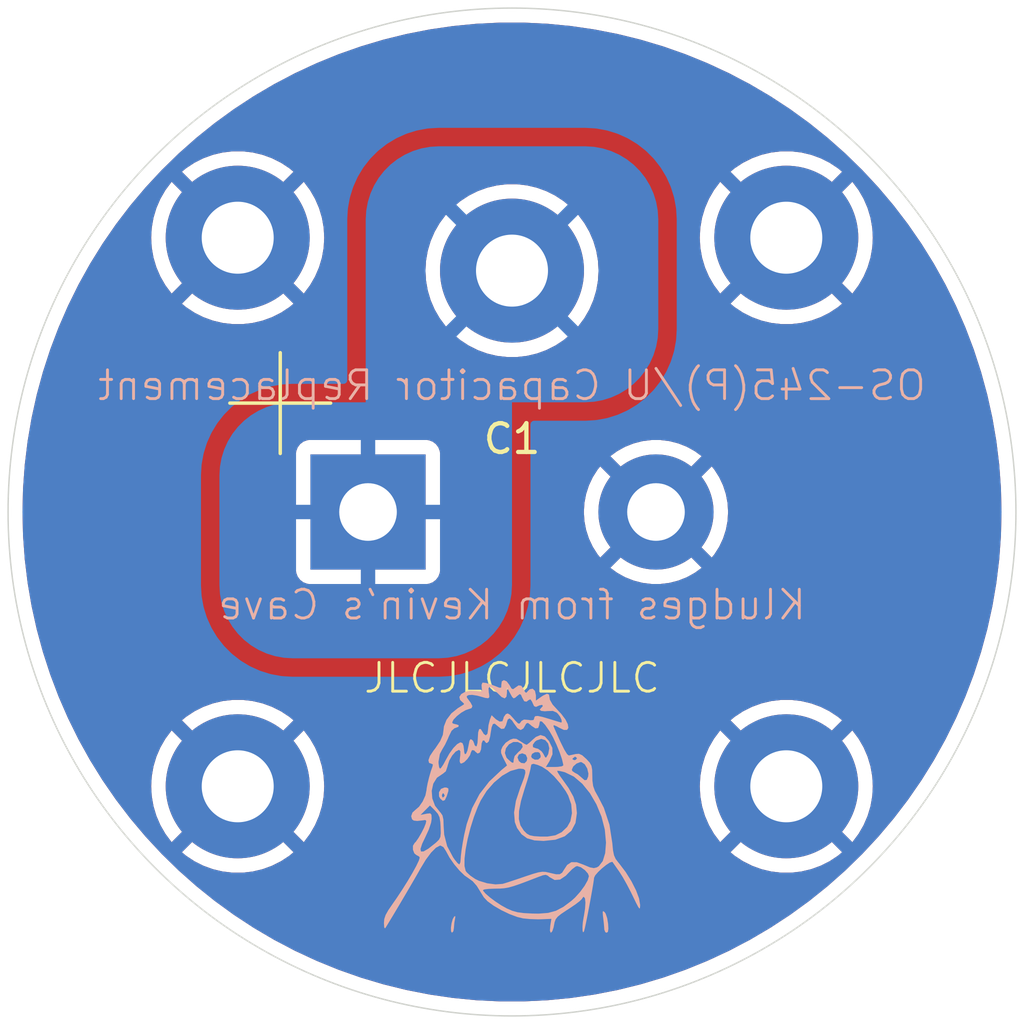
<source format=kicad_pcb>
(kicad_pcb (version 20221018) (generator pcbnew)
  (title_block (title "OS-245(P)/U Capacitor Adapter") (date "2025-06-01") (rev "A") (company "Kludges from Kevin's Cave") (comment 1 "Base PCB for C811 replacement"))
  (layers (0 "F.Cu" power) (31 "B.Cu" power) (36 "B.SilkS" user "B.Silkscreen") (37 "F.SilkS" user "F.Silkscreen") (38 "B.Mask" user) (39 "F.Mask" user) (44 "Edge.Cuts" user))
  (net 0 "")
  (net 1 "Earth")
  (net 2 "-26V")
  (footprint "MountingHole:MountingHole_2.5mm_Pad" (layer "F.Cu") (at 136.525 92.075)
    (fp_text reference "H3" hide)
    (fp_text value "MountingHole_Pad" hide)
    (pad "1" thru_hole circle (at 0 0) (size 5 5) (drill 2.5) (layers "*.Cu" "*.Mask") (net 2 "-26V"))
  )
  (footprint "MountingHole:MountingHole_2.5mm_Pad" (layer "F.Cu") (at 117.475 111.125)
    (fp_text reference "H4" hide)
    (fp_text value "MountingHole_Pad" hide)
    (pad "1" thru_hole circle (at 0 0) (size 5 5) (drill 2.5) (layers "*.Cu" "*.Mask") (net 2 "-26V"))
  )
  (footprint "MountingHole:MountingHole_2.5mm_Pad" (layer "F.Cu") (at 127 93.218)
    (fp_text reference "H1" hide)
    (fp_text value "MountingHole_Pad" hide)
    (pad "1" thru_hole circle (at 0 0) (size 5 5) (drill 2.5) (layers "*.Cu" "*.Mask") (net 1 "Earth"))
  )
  (footprint "Capacitor_THT:CP_Radial_D35.0mm_P10.00mm_SnapIn" (layer "F.Cu") (at 122 101.6)
    (fp_text reference "C1" (at 5 -2.54) (layer "F.SilkS"))
    (fp_text value "18000 µF" hide)
    (fp_line (start -4.798 -3.782) (end -1.298 -3.782) (stroke (width 0.12)) (layer "F.SilkS"))
    (fp_line (start -3.048 -5.532) (end -3.048 -2.032) (stroke (width 0.12)) (layer "F.SilkS"))
    (pad "1" thru_hole rect (at 0 0) (size 4 4) (drill 2) (layers "*.Cu" "*.Mask") (net 1 "Earth"))
    (pad "2" thru_hole circle (at 10 0) (size 4 4) (drill 2) (layers "*.Cu" "*.Mask") (net 2 "-26V"))
  )
  (footprint "MountingHole:MountingHole_2.5mm_Pad" (layer "F.Cu") (at 117.475 92.075)
    (fp_text reference "H2" hide)
    (fp_text value "MountingHole_Pad" hide)
    (pad "1" thru_hole circle (at 0 0) (size 5 5) (drill 2.5) (layers "*.Cu" "*.Mask") (net 2 "-26V"))
  )
  (footprint "MountingHole:MountingHole_2.5mm_Pad" (layer "F.Cu") (at 136.525 111.125)
    (fp_text reference "H5" hide)
    (fp_text value "MountingHole_Pad" hide)
    (pad "1" thru_hole circle (at 0 0) (size 5 5) (drill 2.5) (layers "*.Cu" "*.Mask") (net 2 "-26V"))
  )
  (footprint "Graphics:caveman-350mil" (layer "B.Cu") (at 127 111.76 180)
    (fp_text reference "G***" hide)
    (fp_text value "LOGO" hide)
    (fp_poly (pts (xy 2.001293 -3.882382) (xy 2.006646 -3.88715) (xy 2.059101 -3.978957) (xy 2.098907 -4.122194) (xy 2.120395 -4.275904) (xy 2.117895 -4.399128) (xy 2.085738 -4.450909) (xy 2.084688 -4.450935) (xy 2.035869 -4.399749) (xy 2.016947 -4.287734) (xy 2.002033 -4.101743) (xy 1.9792 -3.976168) (xy 1.965556 -3.878408)) (fill solid) (layer "B.SilkS"))
    (fp_poly (pts (xy -3.14919 -3.727768) (xy -3.156149 -3.845428) (xy -3.167593 -3.939942) (xy -3.189678 -4.134635) (xy -3.202949 -4.293833) (xy -3.204673 -4.340526) (xy -3.240359 -4.432197) (xy -3.28498 -4.450935) (xy -3.331578 -4.420009) (xy -3.346988 -4.313006) (xy -3.337649 -4.139369) (xy -3.305354 -3.944036) (xy -3.253469 -3.789826) (xy -3.220262 -3.738785) (xy -3.168879 -3.698643)) (fill solid) (layer "B.SilkS"))
    (fp_poly (pts (xy 2.466784 0.544486) (xy 2.536183 0.427005) (xy 2.53422 0.285166) (xy 2.491884 0.20694) (xy 2.402002 0.129012) (xy 2.332404 0.154252) (xy 2.266565 0.289718) (xy 2.260946 0.305585) (xy 2.258335 0.314027) (xy 2.338629 0.314027) (xy 2.346693 0.292628) (xy 2.403983 0.240006) (xy 2.432017 0.299941) (xy 2.433178 0.329904) (xy 2.403979 0.391028) (xy 2.372864 0.385149) (xy 2.338629 0.314027) (xy 2.258335 0.314027) (xy 2.208896 0.473868) (xy 2.210267 0.559741) (xy 2.272796 0.59034) (xy 2.343028 0.593458)) (fill solid) (layer "B.SilkS"))
    (fp_poly (pts (xy 0.353862 4.280703) (xy 0.370455 4.160085) (xy 0.375248 4.063097) (xy 0.436561 4.057759) (xy 0.459474 4.066678) (xy 0.714399 4.166218) (xy 0.907201 4.224192) (xy 1.018168 4.234926) (xy 1.029148 4.230697) (xy 1.057587 4.155671) (xy 1.051614 4.054277) (xy 1.042494 3.960729) (xy 1.084602 3.928334) (xy 1.207706 3.940078) (xy 1.241562 3.945701) (xy 1.451828 3.953433) (xy 1.632746 3.912163) (xy 1.764722 3.835895) (xy 1.828161 3.738633) (xy 1.803468 3.63438) (xy 1.749839 3.582452) (xy 1.674691 3.513562) (xy 1.666015 3.483331) (xy 1.728628 3.442594) (xy 1.851458 3.366237) (xy 1.883863 3.346379) (xy 2.107369 3.16531) (xy 2.275653 2.94247) (xy 2.365267 2.712313) (xy 2.373832 2.626411) (xy 2.401609 2.420676) (xy 2.493654 2.206023) (xy 2.663038 1.954455) (xy 2.724127 1.876069) (xy 2.849776 1.688072) (xy 2.90286 1.539183) (xy 2.88002 1.44655) (xy 2.812576 1.424299) (xy 2.747376 1.394382) (xy 2.761574 1.320444) (xy 2.817943 1.161333) (xy 2.87823 0.951271) (xy 2.930622 0.73671) (xy 2.963306 0.5641) (xy 2.968593 0.506342) (xy 3.007454 0.316349) (xy 3.102991 0.106816) (xy 3.228963 -0.074708) (xy 3.343612 -0.173229) (xy 3.456918 -0.275984) (xy 3.501784 -0.402643) (xy 3.471086 -0.513199) (xy 3.411734 -0.555822) (xy 3.291837 -0.569278) (xy 3.137894 -0.553397) (xy 3.013592 -0.535871) (xy 2.976752 -0.567918) (xy 2.996341 -0.658865) (xy 3.054688 -0.804394) (xy 3.145669 -0.983524) (xy 3.247397 -1.157979) (xy 3.33798 -1.289481) (xy 3.383414 -1.335716) (xy 3.44035 -1.430553) (xy 3.440246 -1.569078) (xy 3.391146 -1.695716) (xy 3.323365 -1.750701) (xy 3.227472 -1.803413) (xy 3.204673 -1.842381) (xy 3.236591 -1.948205) (xy 3.324666 -2.131855) (xy 3.45738 -2.373648) (xy 3.623216 -2.653902) (xy 3.810656 -2.952935) (xy 4.008183 -3.251064) (xy 4.137267 -3.436074) (xy 4.294676 -3.666084) (xy 4.389674 -3.835369) (xy 4.43603 -3.974223) (xy 4.447511 -4.112941) (xy 4.447445 -4.11855) (xy 4.437892 -4.263882) (xy 4.412695 -4.300324) (xy 4.388067 -4.272897) (xy 4.276092 -4.090705) (xy 4.121617 -3.834192) (xy 3.94003 -3.529446) (xy 3.746717 -3.202556) (xy 3.557068 -2.879609) (xy 3.386469 -2.586693) (xy 3.250308 -2.349894) (xy 3.180402 -2.225467) (xy 2.99116 -1.912574) (xy 2.807333 -1.665905) (xy 2.640948 -1.499251) (xy 2.504029 -1.4264) (xy 2.481678 -1.424299) (xy 2.381865 -1.47762) (xy 2.292292 -1.616936) (xy 2.29219 -1.617173) (xy 2.173524 -1.836756) (xy 2.008323 -2.073013) (xy 1.823363 -2.293333) (xy 1.645419 -2.465107) (xy 1.53225 -2.542675) (xy 1.364565 -2.66377) (xy 1.223953 -2.824467) (xy 1.216898 -2.835658) (xy 1.098634 -3.027922) (xy 0.979789 -3.219306) (xy 0.978476 -3.221406) (xy 0.849144 -3.359036) (xy 0.636906 -3.512915) (xy 0.372885 -3.666352) (xy 0.088206 -3.802659) (xy -0.186008 -3.905147) (xy -0.385748 -3.952929) (xy -0.625595 -3.976116) (xy -0.899109 -3.985084) (xy -1.025014 -3.982878) (xy -1.367551 -3.968693) (xy -1.328994 -4.209814) (xy -1.316036 -4.376742) (xy -1.343096 -4.449112) (xy -1.352152 -4.450935) (xy -1.400502 -4.398691) (xy -1.443515 -4.269003) (xy -1.45167 -4.227174) (xy -1.47871 -4.086711) (xy -1.516981 -3.983446) (xy -1.586708 -3.894448) (xy -1.708114 -3.79679) (xy -1.901424 -3.66754) (xy -2.00292 -3.602174) (xy -2.197404 -3.47065) (xy -2.346124 -3.357548) (xy -2.425824 -3.281082) (xy -2.433177 -3.265216) (xy -2.477605 -3.206623) (xy -2.492523 -3.204673) (xy -2.534714 -3.258319) (xy -2.549462 -3.402961) (xy -2.53692 -3.614156) (xy -2.497242 -3.867462) (xy -2.488096 -3.911615) (xy -2.460123 -4.082789) (xy -2.447556 -4.244141) (xy -2.449541 -4.370426) (xy -2.465226 -4.436397) (xy -2.493761 -4.41681) (xy -2.504293 -4.391589) (xy -2.52957 -4.294082) (xy -2.569639 -4.107707) (xy -2.619556 -3.858911) (xy -2.674379 -3.574142) (xy -2.729163 -3.27985) (xy -2.778966 -3.002481) (xy -2.818845 -2.768483) (xy -2.843856 -2.604306) (xy -2.849881 -2.542559) (xy -2.876964 -2.485212) (xy -2.670561 -2.485212) (xy -2.629828 -2.628002) (xy -2.521827 -2.819656) (xy -2.367848 -3.030017) (xy -2.189184 -3.228926) (xy -2.066823 -3.340322) (xy -1.783723 -3.551672) (xy -1.526113 -3.687904) (xy -1.254491 -3.761933) (xy -0.92935 -3.786674) (xy -0.710171 -3.783847) (xy -0.411778 -3.768251) (xy -0.19134 -3.739069) (xy -0.008248 -3.688189) (xy 0.178109 -3.6075) (xy 0.181821 -3.605687) (xy 0.37559 -3.497736) (xy 0.579791 -3.363147) (xy 0.768931 -3.22154) (xy 0.917513 -3.092531) (xy 1.000044 -2.995739) (xy 1.008879 -2.969259) (xy 0.954464 -2.945775) (xy 0.810884 -2.928326) (xy 0.607637 -2.920284) (xy 0.578622 -2.920105) (xy 0.413184 -2.91734) (xy 0.268084 -2.905955) (xy 0.121416 -2.880003) (xy -0.048722 -2.83354) (xy -0.264234 -2.76062) (xy -0.547024 -2.655298) (xy -0.902199 -2.518159) (xy -1.070297 -2.456532) (xy -1.169556 -2.439731) (xy -1.241023 -2.467725) (xy -1.300816 -2.517861) (xy -1.481633 -2.619893) (xy -1.67023 -2.604596) (xy -1.868171 -2.47164) (xy -1.95473 -2.380331) (xy -2.089514 -2.243016) (xy -2.208645 -2.154246) (xy -2.261973 -2.13553) (xy -2.39126 -2.177245) (xy -2.530376 -2.27614) (xy -2.637018 -2.396011) (xy -2.670561 -2.485212) (xy -2.876964 -2.485212) (xy -2.889068 -2.459582) (xy -2.990287 -2.342422) (xy -3.126746 -2.213896) (xy -3.271652 -2.096825) (xy -3.398213 -2.014025) (xy -3.479635 -1.988315) (xy -3.491784 -1.995877) (xy -3.545524 -2.07318) (xy -3.64315 -2.212838) (xy -3.728879 -2.335197) (xy -3.843369 -2.516481) (xy -3.983443 -2.764476) (xy -4.126069 -3.037612) (xy -4.187597 -3.163187) (xy -4.304434 -3.405182) (xy -4.380003 -3.550586) (xy -4.42333 -3.610318) (xy -4.44344 -3.595299) (xy -4.449357 -3.516446) (xy -4.449723 -3.480348) (xy -4.412216 -3.258384) (xy -4.307 -2.977117) (xy -4.147947 -2.663453) (xy -3.948931 -2.344299) (xy -3.723821 -2.046562) (xy -3.69026 -2.007252) (xy -3.600193 -1.888677) (xy -3.543345 -1.762853) (xy -3.508364 -1.592903) (xy -3.483897 -1.341949) (xy -3.483394 -1.33528) (xy -3.481368 -1.322246) (xy -3.264019 -1.322246) (xy -3.235439 -1.687627) (xy -3.151513 -1.96245) (xy -3.014957 -2.139371) (xy -2.946147 -2.18111) (xy -2.840107 -2.206045) (xy -2.707051 -2.181117) (xy -2.511512 -2.099361) (xy -2.498558 -2.093228) (xy -2.249225 -2.001128) (xy -2.061439 -2.000273) (xy -1.915716 -2.095179) (xy -1.811377 -2.252567) (xy -1.74032 -2.365948) (xy -1.656552 -2.419386) (xy -1.528231 -2.41976) (xy -1.323516 -2.373948) (xy -1.290285 -2.365134) (xy -1.168152 -2.338144) (xy -1.053255 -2.332674) (xy -0.917145 -2.353464) (xy -0.731373 -2.405253) (xy -0.46749 -2.492781) (xy -0.414083 -2.51112) (xy -0.149806 -2.600996) (xy 0.082183 -2.677898) (xy 0.253263 -2.732453) (xy 0.326402 -2.753559) (xy 0.572833 -2.771465) (xy 0.863719 -2.732982) (xy 1.144954 -2.647848) (xy 1.280923 -2.581756) (xy 1.447481 -2.467178) (xy 1.574376 -2.349768) (xy 1.60905 -2.301941) (xy 1.649367 -2.133912) (xy 1.648169 -1.878798) (xy 1.610214 -1.558814) (xy 1.540257 -1.196175) (xy 1.443058 -0.813098) (xy 1.323371 -0.431796) (xy 1.185956 -0.074486) (xy 1.085842 0.141408) (xy 0.880573 0.471143) (xy 0.625073 0.76367) (xy 0.341032 1.001516) (xy 0.050141 1.167209) (xy -0.22591 1.243279) (xy -0.285793 1.246262) (xy -0.395419 1.235908) (xy -0.454751 1.193245) (xy -0.463916 1.100868) (xy -0.423044 0.941373) (xy -0.332263 0.697357) (xy -0.290623 0.593458) (xy -0.135704 0.12792) (xy -0.071505 -0.275903) (xy -0.098429 -0.613069) (xy -0.176047 -0.814612) (xy -0.332608 -1.032779) (xy -0.524966 -1.171895) (xy -0.778591 -1.244348) (xy -1.097364 -1.262729) (xy -1.508051 -1.220773) (xy -1.830931 -1.101817) (xy -2.064116 -0.907449) (xy -2.205717 -0.639257) (xy -2.253607 -0.300525) (xy -2.081751 -0.300525) (xy -2.026281 -0.582169) (xy -1.916844 -0.774808) (xy -1.725279 -0.95798) (xy -1.507318 -1.06649) (xy -1.232012 -1.111535) (xy -0.98709 -1.111237) (xy -0.763664 -1.096531) (xy -0.619908 -1.067407) (xy -0.516799 -1.009737) (xy -0.415315 -0.909393) (xy -0.408468 -0.901754) (xy -0.292825 -0.722413) (xy -0.238051 -0.501263) (xy -0.244513 -0.223563) (xy -0.312579 0.125427) (xy -0.442615 0.56045) (xy -0.445093 0.567866) (xy -0.529944 0.831816) (xy -0.598055 1.063369) (xy -0.641384 1.233926) (xy -0.652804 1.306494) (xy -0.673312 1.392791) (xy -0.74674 1.416035) (xy -0.890939 1.376494) (xy -1.041942 1.31233) (xy -1.238706 1.1844) (xy -1.460187 0.979883) (xy -1.679013 0.728839) (xy -1.867809 0.461332) (xy -1.951031 0.31393) (xy -2.057013 0.00919) (xy -2.081751 -0.300525) (xy -2.253607 -0.300525) (xy -2.253846 -0.298831) (xy -2.253837 -0.289724) (xy -2.225013 -0.004053) (xy -2.13309 0.27445) (xy -1.966231 0.574104) (xy -1.787454 0.826249) (xy -1.668808 0.990245) (xy -1.589739 1.113953) (xy -1.566921 1.171222) (xy -1.567239 1.171601) (xy -1.632948 1.170473) (xy -1.770868 1.140014) (xy -1.839985 1.120479) (xy -2.148323 0.970833) (xy -2.440781 0.722224) (xy -2.705905 0.394297) (xy -2.932243 0.006698) (xy -3.108342 -0.420928) (xy -3.22275 -0.868935) (xy -3.264014 -1.317678) (xy -3.264019 -1.322246) (xy -3.481368 -1.322246) (xy -3.384247 -0.697308) (xy -3.189181 -0.110438) (xy -2.999118 0.25941) (xy -2.880806 0.472051) (xy -2.817271 0.645896) (xy -2.79237 0.837323) (xy -2.789252 0.99233) (xy -2.787267 1.078915) (xy -2.653274 1.078915) (xy -2.645092 0.97483) (xy -2.594757 0.856449) (xy -2.520702 0.847009) (xy -2.407779 0.94482) (xy -2.404876 0.948018) (xy -2.281417 1.052024) (xy -2.187968 1.100381) (xy -2.096059 1.163102) (xy -2.077103 1.21139) (xy -2.126563 1.323402) (xy -2.166981 1.358702) (xy -1.780374 1.358702) (xy -1.726941 1.32862) (xy -1.590113 1.309377) (xy -1.478805 1.305607) (xy -1.177235 1.305607) (xy -1.300767 1.505486) (xy -1.406021 1.74578) (xy -1.401895 1.956002) (xy -1.294418 1.956002) (xy -1.25967 1.763078) (xy -1.246013 1.731488) (xy -1.187181 1.633496) (xy -1.149041 1.643517) (xy -1.141718 1.661682) (xy -1.127343 1.68853) (xy -0.997732 1.68853) (xy -0.987351 1.631836) (xy -0.909501 1.56245) (xy -0.79307 1.558892) (xy -0.693491 1.614295) (xy -0.529552 1.614295) (xy -0.512651 1.513318) (xy -0.433605 1.433771) (xy -0.319579 1.446172) (xy -0.23801 1.512562) (xy -0.191295 1.63698) (xy -0.239624 1.740215) (xy -0.356075 1.780374) (xy -0.478608 1.732692) (xy -0.529552 1.614295) (xy -0.693491 1.614295) (xy -0.693356 1.61437) (xy -0.664871 1.671448) (xy -0.696631 1.760431) (xy -0.795291 1.816959) (xy -0.909675 1.820665) (xy -0.963387 1.790258) (xy -0.997732 1.68853) (xy -1.127343 1.68853) (xy -1.079518 1.777852) (xy -1.02161 1.854556) (xy -0.904259 1.938069) (xy -0.821643 1.958411) (xy -0.730033 1.993106) (xy -0.729267 2.002195) (xy -0.372179 2.002195) (xy -0.289729 1.881667) (xy -0.234702 1.837811) (xy -0.091323 1.685211) (xy -0.059346 1.561356) (xy -0.050088 1.458015) (xy -0.005146 1.455557) (xy 0.044509 1.491215) (xy 0.14834 1.583432) (xy 0.191965 1.632009) (xy 0.246746 1.791139) (xy 0.210329 1.954731) (xy 0.104912 2.092191) (xy -0.047307 2.17293) (xy -0.200732 2.173176) (xy -0.342081 2.103632) (xy -0.372179 2.002195) (xy -0.729267 2.002195) (xy -0.722923 2.07742) (xy -0.796481 2.181693) (xy -0.856534 2.228317) (xy -1.016637 2.280939) (xy -1.154952 2.23783) (xy -1.253529 2.121885) (xy -1.294418 1.956002) (xy -1.401895 1.956002) (xy -1.401642 1.968872) (xy -1.288732 2.201855) (xy -1.140743 2.367144) (xy -0.990666 2.415258) (xy -0.827031 2.347345) (xy -0.7244 2.258261) (xy -0.604845 2.14715) (xy -0.519684 2.083203) (xy -0.503329 2.077103) (xy -0.432889 2.108466) (xy -0.311421 2.185575) (xy -0.288249 2.201832) (xy -0.154301 2.281626) (xy -0.043693 2.289613) (xy 0.064949 2.252819) (xy 0.222134 2.14569) (xy 0.330565 2.009707) (xy 0.379741 1.893078) (xy 0.378427 1.791277) (xy 0.322232 1.653174) (xy 0.295373 1.599678) (xy 0.172597 1.359018) (xy 0.36749 1.198784) (xy 0.792537 0.799272) (xy 1.127404 0.366337) (xy 1.38429 -0.121234) (xy 1.575393 -0.68465) (xy 1.659565 -1.047874) (xy 1.711288 -1.326606) (xy 1.751948 -1.585035) (xy 1.776089 -1.786301) (xy 1.780374 -1.863878) (xy 1.792993 -2.00337) (xy 1.824123 -2.074697) (xy 1.831833 -2.077103) (xy 1.891741 -2.03169) (xy 1.986853 -1.916025) (xy 2.044221 -1.833924) (xy 2.250911 -1.444764) (xy 2.355063 -1.041608) (xy 2.358265 -0.990758) (xy 2.473776 -0.990758) (xy 2.48791 -1.124325) (xy 2.534577 -1.217368) (xy 2.626577 -1.30887) (xy 2.664486 -1.341469) (xy 2.903666 -1.530326) (xy 3.069082 -1.626589) (xy 3.160428 -1.630422) (xy 3.177401 -1.541988) (xy 3.119695 -1.36145) (xy 3.019385 -1.150483) (xy 2.888657 -0.867491) (xy 2.809139 -0.629016) (xy 2.789252 -0.493828) (xy 2.795904 -0.354367) (xy 2.837703 -0.304112) (xy 2.94742 -0.313601) (xy 2.982126 -0.320421) (xy 3.175 -0.35895) (xy 3.011695 -0.195556) (xy 2.848391 -0.032163) (xy 2.672139 -0.208955) (xy 2.57357 -0.322314) (xy 2.517509 -0.440383) (xy 2.489802 -0.60493) (xy 2.479375 -0.777684) (xy 2.473776 -0.990758) (xy 2.358265 -0.990758) (xy 2.373832 -0.743559) (xy 2.382015 -0.52079) (xy 2.412837 -0.37962) (xy 2.475708 -0.283695) (xy 2.498599 -0.261558) (xy 2.672109 -0.041947) (xy 2.767765 0.213603) (xy 2.787449 0.478627) (xy 2.733043 0.726663) (xy 2.606431 0.931247) (xy 2.409493 1.065914) (xy 2.404037 1.068022) (xy 2.298077 1.153861) (xy 2.238814 1.32625) (xy 2.23462 1.350761) (xy 2.177023 1.530136) (xy 2.075682 1.704611) (xy 1.956157 1.839119) (xy 1.84401 1.898591) (xy 1.834969 1.899065) (xy 1.792981 1.852654) (xy 1.796502 1.707258) (xy 1.803163 1.661682) (xy 1.818594 1.504305) (xy 1.794335 1.434697) (xy 1.75571 1.424299) (xy 1.66001 1.470671) (xy 1.548921 1.581284) (xy 1.458429 1.713381) (xy 1.424299 1.81805) (xy 1.387664 1.891202) (xy 1.312361 1.880063) (xy 1.275935 1.83972) (xy 1.194312 1.771723) (xy 1.118568 1.804231) (xy 1.072771 1.920456) (xy 1.068224 1.984582) (xy 1.052499 2.132401) (xy 1.014114 2.221438) (xy 1.008879 2.225467) (xy 0.954192 2.220762) (xy 0.949533 2.199297) (xy 0.902041 2.142358) (xy 0.867352 2.136449) (xy 0.805428 2.193797) (xy 0.758412 2.366874) (xy 0.744507 2.461915) (xy 0.708111 2.683288) (xy 0.662666 2.795898) (xy 0.599183 2.809672) (xy 0.508676 2.734538) (xy 0.503173 2.728507) (xy 0.372046 2.626277) (xy 0.270846 2.637483) (xy 0.205256 2.760968) (xy 0.198562 2.790487) (xy 0.149321 2.950387) (xy 0.084867 2.993497) (xy -0.001052 2.92071) (xy -0.062033 2.827698) (xy -0.191566 2.64977) (xy -0.302113 2.588321) (xy -0.394908 2.642871) (xy -0.422554 2.687607) (xy -0.492818 2.810682) (xy -0.550416 2.836197) (xy -0.637641 2.771791) (xy -0.678317 2.733814) (xy -0.813222 2.644912) (xy -0.90815 2.658319) (xy -0.948944 2.770958) (xy -0.949533 2.792755) (xy -0.971251 2.892347) (xy -1.037033 2.884908) (xy -1.147822 2.769774) (xy -1.30456 2.546285) (xy -1.307777 2.541313) (xy -1.425031 2.334635) (xy -1.544265 2.083078) (xy -1.651799 1.820873) (xy -1.733954 1.582253) (xy -1.777049 1.40145) (xy -1.780374 1.358702) (xy -2.166981 1.358702) (xy -2.241789 1.424038) (xy -2.373048 1.474578) (xy -2.413474 1.473284) (xy -2.525411 1.399062) (xy -2.612478 1.252253) (xy -2.653274 1.078915) (xy -2.787267 1.078915) (xy -2.784317 1.207619) (xy -2.759273 1.347983) (xy -2.698764 1.457098) (xy -2.587431 1.578634) (xy -2.580716 1.585359) (xy -2.561668 1.602336) (xy -2.25514 1.602336) (xy -2.206835 1.550254) (xy -2.162619 1.542991) (xy -2.101193 1.571761) (xy -2.106776 1.602336) (xy -2.182647 1.659418) (xy -2.199297 1.661682) (xy -2.253542 1.616417) (xy -2.25514 1.602336) (xy -2.561668 1.602336) (xy -2.437333 1.713155) (xy -2.325914 1.763742) (xy -2.209805 1.755594) (xy -2.062752 1.722472) (xy -1.972943 1.704324) (xy -1.912003 1.753187) (xy -1.813752 1.91413) (xy -1.678453 2.186651) (xy -1.50637 2.570242) (xy -1.439238 2.726559) (xy -1.454058 2.758891) (xy -1.558207 2.714366) (xy -1.625595 2.674525) (xy -1.802078 2.591738) (xy -1.912688 2.592956) (xy -1.958055 2.663872) (xy -1.938806 2.790178) (xy -1.902961 2.862265) (xy -1.727092 2.862265) (xy -1.706192 2.849364) (xy -1.646551 2.866092) (xy -1.504678 2.909167) (xy -1.315156 2.968055) (xy -1.060468 3.043371) (xy -0.897944 3.077434) (xy -0.808799 3.071148) (xy -0.774247 3.02542) (xy -0.771495 2.994273) (xy -0.746006 2.935461) (xy -0.650752 2.927754) (xy -0.569799 2.940404) (xy -0.417155 2.952364) (xy -0.330583 2.9055) (xy -0.305561 2.868911) (xy -0.261371 2.812308) (xy -0.209159 2.820318) (xy -0.123585 2.904658) (xy -0.056042 2.984312) (xy 0.066188 3.117247) (xy 0.148515 3.164219) (xy 0.213833 3.140246) (xy 0.285669 3.041305) (xy 0.296729 2.993198) (xy 0.333475 2.89345) (xy 0.428187 2.882249) (xy 0.557576 2.961622) (xy 0.566363 2.969711) (xy 0.708518 3.103259) (xy 0.76968 2.942392) (xy 0.817028 2.754915) (xy 0.830841 2.610854) (xy 0.853419 2.458887) (xy 0.90971 2.403995) (xy 0.982549 2.454817) (xy 1.017304 2.516989) (xy 1.086743 2.624745) (xy 1.140972 2.619471) (xy 1.175749 2.506318) (xy 1.186916 2.310983) (xy 1.197711 2.142868) (xy 1.22528 2.036792) (xy 1.246262 2.017757) (xy 1.300122 2.065278) (xy 1.305608 2.099509) (xy 1.347413 2.205375) (xy 1.387665 2.249362) (xy 1.441331 2.271251) (xy 1.477681 2.214024) (xy 1.508569 2.058356) (xy 1.509785 2.050302) (xy 1.548216 1.874328) (xy 1.59373 1.768823) (xy 1.63475 1.746636) (xy 1.6597 1.820613) (xy 1.662591 1.880726) (xy 1.682479 2.036828) (xy 1.719128 2.135406) (xy 1.792313 2.162447) (xy 1.903563 2.099962) (xy 2.036809 1.964053) (xy 2.17598 1.77082) (xy 2.293787 1.559635) (xy 2.384101 1.391801) (xy 2.460994 1.278075) (xy 2.499488 1.246262) (xy 2.531977 1.299007) (xy 2.550341 1.431116) (xy 2.551869 1.48932) (xy 2.504459 1.757233) (xy 2.425508 1.909837) (xy 2.325732 2.077476) (xy 2.225402 2.287484) (xy 2.194457 2.364091) (xy 2.098607 2.560514) (xy 1.996019 2.651487) (xy 1.964743 2.659852) (xy 1.859771 2.70171) (xy 1.850704 2.756798) (xy 1.939325 2.788705) (xy 1.958411 2.789252) (xy 2.054805 2.816529) (xy 2.077103 2.854461) (xy 2.030362 2.949994) (xy 1.913369 3.071859) (xy 1.760968 3.191229) (xy 1.608005 3.27928) (xy 1.532984 3.304595) (xy 1.405532 3.347707) (xy 1.37466 3.419997) (xy 1.437293 3.541953) (xy 1.487379 3.608646) (xy 1.56532 3.716163) (xy 1.569739 3.768743) (xy 1.503387 3.802393) (xy 1.502215 3.802813) (xy 1.382498 3.809659) (xy 1.206355 3.7819) (xy 1.12757 3.761032) (xy 0.930693 3.704645) (xy 0.824718 3.691674) (xy 0.787 3.730975) (xy 0.794891 3.831405) (xy 0.805084 3.887149) (xy 0.815385 4.041117) (xy 0.76931 4.090909) (xy 0.667359 4.036524) (xy 0.518128 3.887149) (xy 0.360578 3.733674) (xy 0.252595 3.68684) (xy 0.191843 3.746545) (xy 0.175661 3.872313) (xy 0.173285 4.065187) (xy 0.078812 3.887149) (xy -0.000437 3.743198) (xy -0.053262 3.688767) (xy -0.110387 3.70935) (xy -0.176165 3.766763) (xy -0.263335 3.834889) (xy -0.311743 3.81284) (xy -0.353097 3.716944) (xy -0.423189 3.588629) (xy -0.502928 3.572283) (xy -0.579383 3.629757) (xy -0.639852 3.653722) (xy -0.69393 3.576733) (xy -0.708475 3.540739) (xy -0.765831 3.417826) (xy -0.83263 3.39125) (xy -0.952677 3.443739) (xy -0.953434 3.444144) (xy -1.048294 3.46381) (xy -1.069924 3.417287) (xy -1.00791 3.352439) (xy -0.960888 3.294316) (xy -1.011332 3.253333) (xy -1.138259 3.239058) (xy -1.239383 3.246884) (xy -1.419255 3.252027) (xy -1.545015 3.197116) (xy -1.595446 3.152217) (xy -1.671709 3.0496) (xy -1.720643 2.939131) (xy -1.727092 2.862265) (xy -1.902961 2.862265) (xy -1.855571 2.957569) (xy -1.708979 3.151736) (xy -1.59956 3.266723) (xy -1.409123 3.475701) (xy -1.316897 3.638208) (xy -1.305607 3.705259) (xy -1.284169 3.822207) (xy -1.211876 3.848249) (xy -1.076764 3.784552) (xy -1.003203 3.734744) (xy -0.830841 3.612011) (xy -0.830841 3.795952) (xy -0.797841 3.949562) (xy -0.716614 4.024018) (xy -0.613823 4.004477) (xy -0.557603 3.948077) (xy -0.498009 3.882262) (xy -0.454019 3.906852) (xy -0.408295 3.997781) (xy -0.324933 4.125705) (xy -0.229196 4.140255) (xy -0.112806 4.059861) (xy -0.038461 4.006686) (xy 0.016161 4.030141) (xy 0.084616 4.145703) (xy 0.088173 4.15257) (xy 0.184839 4.278737) (xy 0.282796 4.321698)) (fill solid) (layer "B.SilkS"))
  )
  (gr_circle (center 127 101.6) (end 144.5 101.6) (stroke (width 0.05)) (fill none) (layer "Edge.Cuts"))
  (gr_text "Kludges from Kevin's Cave" (at 127 105.41) (layer "B.SilkS") (effects (font (size 1 1) (thickness 0.1)) (justify bottom mirror)))
  (gr_text "OS-245(P)/U Capacitor Replacement" (at 127 97.79) (layer "B.SilkS") (effects (font (size 1 1) (thickness 0.1)) (justify bottom mirror)))
  (gr_text "JLCJLCJLCJLC" (at 127 107.95) (layer "F.SilkS") (effects (font (size 1 1) (thickness 0.1)) (justify bottom)))
  (zone (net 2) (net_name "-26V") (layer "F.Cu") (connect_pads (clearance 0.5)) (min_thickness 0.25) (fill yes (thermal_gap 0.5) (thermal_bridge_width 0.5))
    (polygon (pts (xy 109.22 83.82) (xy 144.78 83.82) (xy 144.78 119.38) (xy 109.22 119.38)))
  )
  (zone (net 1) (net_name "Earth") (layer "B.Cu") (priority 2) (connect_pads (clearance 0.635)) (min_thickness 0.25) (fill yes (thermal_gap 0.5) (thermal_bridge_width 0.5) (smoothing fillet) (radius 2.54))
    (polygon (pts (xy 121.92 88.9) (xy 132.08 88.9) (xy 132.08 97.79) (xy 127 97.79) (xy 127 106.68) (xy 116.84 106.68) (xy 116.84 97.79) (xy 121.92 97.79)))
  )
  (zone (net 2) (net_name "-26V") (layer "B.Cu") (priority 1) (connect_pads (clearance 0.5)) (min_thickness 0.25) (fill yes (thermal_gap 0.5) (thermal_bridge_width 0.5))
    (polygon (pts (xy 109.22 83.82) (xy 144.78 83.82) (xy 144.78 119.38) (xy 109.22 119.38)))
  )
)
</source>
